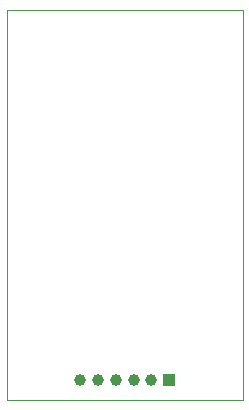
<source format=gtp>
G04 Layer_Color=8421504*
%FSLAX42Y42*%
%MOMM*%
G71*
G01*
G75*
%ADD10C,1.00*%
%ADD11R,1.00X1.00*%
%ADD14C,0.10*%
D10*
X1075Y170D02*
D03*
X925Y170D02*
D03*
X775Y170D02*
D03*
X625Y170D02*
D03*
X1225Y170D02*
D03*
D11*
X1375D02*
D03*
D14*
X0Y0D02*
Y3300D01*
X2000D01*
Y0D02*
Y3300D01*
X0Y0D02*
X2000D01*
M02*

</source>
